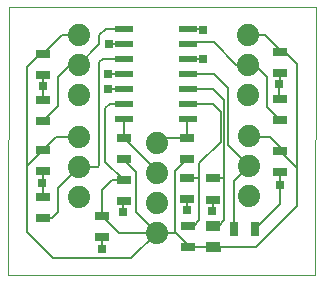
<source format=gtl>
G75*
%MOIN*%
%OFA0B0*%
%FSLAX25Y25*%
%IPPOS*%
%LPD*%
%AMOC8*
5,1,8,0,0,1.08239X$1,22.5*
%
%ADD10C,0.00000*%
%ADD11C,0.07400*%
%ADD12R,0.05906X0.02362*%
%ADD13R,0.04724X0.03150*%
%ADD14R,0.03150X0.04724*%
%ADD15C,0.00600*%
%ADD16R,0.02978X0.02978*%
D10*
X0001424Y0001600D02*
X0001784Y0091123D01*
X0104108Y0091123D01*
X0103748Y0001600D01*
X0001424Y0001600D01*
D11*
X0025119Y0027741D03*
X0025119Y0037741D03*
X0025119Y0047741D03*
X0025119Y0061741D03*
X0025119Y0071741D03*
X0025119Y0081741D03*
X0051119Y0045741D03*
X0051119Y0035741D03*
X0051119Y0025741D03*
X0051119Y0015741D03*
X0081859Y0027931D03*
X0081859Y0037931D03*
X0081859Y0047931D03*
X0081666Y0061847D03*
X0081666Y0071847D03*
X0081666Y0081847D03*
D12*
X0061379Y0083741D03*
X0061379Y0078741D03*
X0061379Y0073741D03*
X0061379Y0068741D03*
X0061379Y0063702D03*
X0061379Y0058741D03*
X0061379Y0053741D03*
X0040119Y0053741D03*
X0040119Y0058741D03*
X0040119Y0063741D03*
X0040119Y0068741D03*
X0040119Y0073741D03*
X0040119Y0078741D03*
X0040119Y0083741D03*
D13*
X0013119Y0075284D03*
X0013119Y0068198D03*
X0013111Y0059961D03*
X0013111Y0052875D03*
X0013119Y0043284D03*
X0013119Y0036198D03*
X0013111Y0027678D03*
X0013111Y0020591D03*
X0032796Y0021379D03*
X0040024Y0026253D03*
X0040024Y0033339D03*
X0040119Y0040198D03*
X0040119Y0047284D03*
X0061119Y0047284D03*
X0061119Y0040198D03*
X0061191Y0033978D03*
X0061191Y0026891D03*
X0069719Y0026808D03*
X0069719Y0033894D03*
X0061440Y0018158D03*
X0061440Y0011072D03*
X0032796Y0014292D03*
X0092245Y0035946D03*
X0092245Y0043032D03*
X0092245Y0053269D03*
X0092245Y0060355D03*
X0092029Y0069048D03*
X0092029Y0076134D03*
D14*
G36*
X0067596Y0016478D02*
X0067579Y0019627D01*
X0072302Y0019652D01*
X0072319Y0016503D01*
X0067596Y0016478D01*
G37*
G36*
X0067633Y0009392D02*
X0067616Y0012541D01*
X0072339Y0012566D01*
X0072356Y0009417D01*
X0067633Y0009392D01*
G37*
X0076891Y0017048D03*
X0083977Y0017048D03*
D15*
X0092245Y0025316D01*
X0092245Y0031615D01*
X0092245Y0035946D01*
X0097899Y0037378D02*
X0097899Y0024671D01*
X0084207Y0010979D01*
X0069986Y0010979D01*
X0062324Y0010979D01*
X0057561Y0015741D01*
X0057206Y0016097D01*
X0057206Y0036339D01*
X0061064Y0040198D01*
X0061119Y0040198D01*
X0065249Y0038871D02*
X0072459Y0046081D01*
X0072459Y0056125D01*
X0069804Y0058780D01*
X0061418Y0058780D01*
X0061379Y0058741D01*
X0061379Y0063702D02*
X0070001Y0063702D01*
X0073659Y0060043D01*
X0073659Y0045584D01*
X0073659Y0045584D01*
X0073659Y0033894D01*
X0073659Y0019915D01*
X0071809Y0018065D01*
X0069949Y0018065D01*
X0069629Y0023111D02*
X0069719Y0023201D01*
X0069719Y0026808D01*
X0065249Y0019978D02*
X0063429Y0018158D01*
X0061440Y0018158D01*
X0065249Y0019978D02*
X0065249Y0033948D01*
X0065249Y0038871D01*
X0065249Y0033948D02*
X0061191Y0033978D01*
X0061191Y0026891D02*
X0061191Y0023238D01*
X0061209Y0023221D01*
X0057561Y0015741D02*
X0051119Y0015741D01*
X0044213Y0022646D01*
X0044213Y0035946D01*
X0040119Y0040040D01*
X0040119Y0040198D01*
X0033977Y0039387D02*
X0040024Y0033339D01*
X0036095Y0033339D01*
X0032796Y0030040D01*
X0032796Y0021379D01*
X0038434Y0015741D01*
X0051119Y0015741D01*
X0042583Y0007206D01*
X0016654Y0007206D01*
X0007993Y0015867D01*
X0007993Y0038308D01*
X0008143Y0038308D01*
X0013119Y0043284D01*
X0017576Y0047741D01*
X0025119Y0047741D01*
X0033977Y0039387D02*
X0033977Y0057206D01*
X0035513Y0058741D01*
X0040119Y0058741D01*
X0040119Y0063741D02*
X0040069Y0063791D01*
X0034969Y0063791D01*
X0035109Y0068741D02*
X0034999Y0068851D01*
X0035109Y0068741D02*
X0040119Y0068741D01*
X0040119Y0073741D02*
X0033190Y0073741D01*
X0032009Y0072560D01*
X0032009Y0038308D01*
X0031442Y0037741D01*
X0025119Y0037741D01*
X0018229Y0030851D01*
X0018229Y0022560D01*
X0016261Y0020591D01*
X0013111Y0020591D01*
X0013111Y0027678D02*
X0013111Y0032613D01*
X0013119Y0032621D01*
X0012999Y0032501D01*
X0013119Y0032621D02*
X0013119Y0036198D01*
X0007993Y0038308D02*
X0007993Y0070985D01*
X0012292Y0075284D01*
X0013119Y0075284D01*
X0019576Y0081741D01*
X0025119Y0081741D01*
X0032019Y0081625D02*
X0032019Y0078641D01*
X0025119Y0071741D01*
X0022135Y0071741D01*
X0018229Y0067835D01*
X0018229Y0057993D01*
X0013111Y0052875D01*
X0013111Y0059961D02*
X0013111Y0064623D01*
X0013119Y0064631D01*
X0013029Y0064541D01*
X0013119Y0064631D02*
X0013119Y0068198D01*
X0032019Y0081625D02*
X0034135Y0083741D01*
X0040119Y0083741D01*
X0039999Y0083621D01*
X0040119Y0078741D02*
X0039989Y0078611D01*
X0035079Y0078611D01*
X0040119Y0074231D02*
X0040119Y0073741D01*
X0040119Y0073811D01*
X0061379Y0073741D02*
X0066459Y0073741D01*
X0066469Y0073731D01*
X0061379Y0078741D02*
X0061891Y0079253D01*
X0070198Y0079253D01*
X0077603Y0071847D01*
X0081666Y0071847D01*
X0083902Y0071847D01*
X0087914Y0067835D01*
X0087914Y0057599D01*
X0092245Y0053269D01*
X0088702Y0047757D02*
X0082033Y0047757D01*
X0081859Y0047931D01*
X0088702Y0047757D02*
X0092245Y0044213D01*
X0092245Y0043032D01*
X0097899Y0037378D01*
X0097899Y0072166D01*
X0093931Y0076134D01*
X0092029Y0076134D01*
X0092029Y0076713D01*
X0087127Y0081615D01*
X0081899Y0081615D01*
X0092029Y0069048D02*
X0092029Y0065471D01*
X0091939Y0065381D01*
X0091939Y0060661D01*
X0092245Y0060355D01*
X0074869Y0063952D02*
X0074869Y0044921D01*
X0081859Y0037931D01*
X0076891Y0032963D01*
X0076891Y0017048D01*
X0062324Y0010979D02*
X0061533Y0010979D01*
X0061440Y0011072D01*
X0039883Y0022560D02*
X0039883Y0026111D01*
X0040024Y0026253D01*
X0032796Y0021379D02*
X0032796Y0020402D01*
X0032796Y0014292D02*
X0032796Y0010355D01*
X0051119Y0035741D02*
X0051119Y0036284D01*
X0040119Y0047284D01*
X0040119Y0053741D01*
X0051119Y0045741D02*
X0052662Y0047284D01*
X0061119Y0047284D01*
X0061119Y0053481D01*
X0061379Y0053741D01*
X0074869Y0063952D02*
X0070080Y0068741D01*
X0061379Y0068741D01*
X0061497Y0068623D01*
X0061379Y0083741D02*
X0066069Y0083741D01*
X0066419Y0083391D01*
X0013119Y0043284D02*
X0011788Y0043284D01*
X0069719Y0034461D02*
X0069719Y0033894D01*
X0073659Y0033894D01*
D16*
X0069629Y0023111D03*
X0061209Y0023221D03*
X0039883Y0022560D03*
X0032796Y0010355D03*
X0012999Y0032501D03*
X0034969Y0063791D03*
X0034999Y0068851D03*
X0035079Y0078611D03*
X0013029Y0064541D03*
X0066469Y0073731D03*
X0066419Y0083391D03*
X0091939Y0065381D03*
X0092245Y0031615D03*
M02*

</source>
